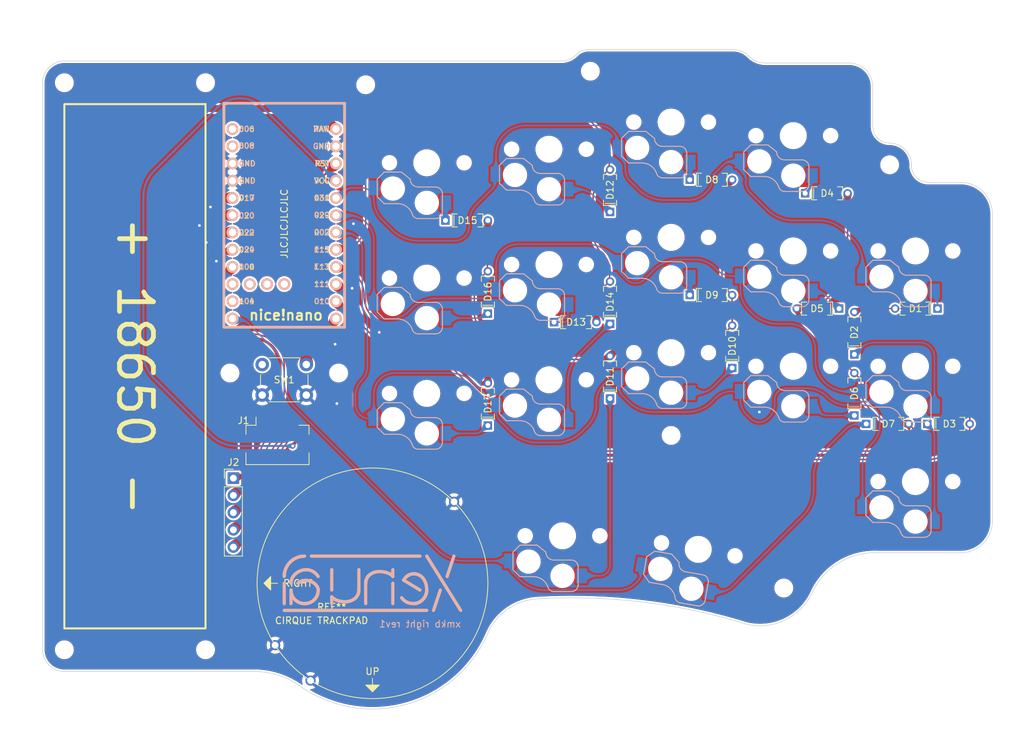
<source format=kicad_pcb>
(kicad_pcb (version 20211014) (generator pcbnew)

  (general
    (thickness 1.6)
  )

  (paper "A4")
  (layers
    (0 "F.Cu" signal)
    (31 "B.Cu" signal)
    (32 "B.Adhes" user "B.Adhesive")
    (33 "F.Adhes" user "F.Adhesive")
    (34 "B.Paste" user)
    (35 "F.Paste" user)
    (36 "B.SilkS" user "B.Silkscreen")
    (37 "F.SilkS" user "F.Silkscreen")
    (38 "B.Mask" user)
    (39 "F.Mask" user)
    (40 "Dwgs.User" user "User.Drawings")
    (41 "Cmts.User" user "User.Comments")
    (42 "Eco1.User" user "User.Eco1")
    (43 "Eco2.User" user "User.Eco2")
    (44 "Edge.Cuts" user)
    (45 "Margin" user)
    (46 "B.CrtYd" user "B.Courtyard")
    (47 "F.CrtYd" user "F.Courtyard")
    (48 "B.Fab" user)
    (49 "F.Fab" user)
    (50 "User.1" user)
    (51 "User.2" user)
    (52 "User.3" user)
    (53 "User.4" user)
    (54 "User.5" user)
    (55 "User.6" user)
    (56 "User.7" user)
    (57 "User.8" user)
    (58 "User.9" user)
  )

  (setup
    (stackup
      (layer "F.SilkS" (type "Top Silk Screen"))
      (layer "F.Paste" (type "Top Solder Paste"))
      (layer "F.Mask" (type "Top Solder Mask") (thickness 0.01))
      (layer "F.Cu" (type "copper") (thickness 0.035))
      (layer "dielectric 1" (type "core") (thickness 1.51) (material "FR4") (epsilon_r 4.5) (loss_tangent 0.02))
      (layer "B.Cu" (type "copper") (thickness 0.035))
      (layer "B.Mask" (type "Bottom Solder Mask") (thickness 0.01))
      (layer "B.Paste" (type "Bottom Solder Paste"))
      (layer "B.SilkS" (type "Bottom Silk Screen"))
      (copper_finish "None")
      (dielectric_constraints no)
    )
    (pad_to_mask_clearance 0)
    (pcbplotparams
      (layerselection 0x00010fc_ffffffff)
      (disableapertmacros false)
      (usegerberextensions false)
      (usegerberattributes true)
      (usegerberadvancedattributes true)
      (creategerberjobfile true)
      (svguseinch false)
      (svgprecision 6)
      (excludeedgelayer true)
      (plotframeref false)
      (viasonmask false)
      (mode 1)
      (useauxorigin false)
      (hpglpennumber 1)
      (hpglpenspeed 20)
      (hpglpendiameter 15.000000)
      (dxfpolygonmode true)
      (dxfimperialunits true)
      (dxfusepcbnewfont true)
      (psnegative false)
      (psa4output false)
      (plotreference true)
      (plotvalue true)
      (plotinvisibletext false)
      (sketchpadsonfab false)
      (subtractmaskfromsilk false)
      (outputformat 1)
      (mirror false)
      (drillshape 1)
      (scaleselection 1)
      (outputdirectory "")
    )
  )

  (net 0 "")
  (net 1 "/TRACK_SCK")
  (net 2 "/TRACK_CIPO")
  (net 3 "/TRACK_CS")
  (net 4 "/TRACK_DATA_READY")
  (net 5 "/TRACK_COPI")
  (net 6 "/TRACK_BTN2")
  (net 7 "/TRACK_BTN3")
  (net 8 "/TRACK_BTN1")
  (net 9 "/TRACK_SCL")
  (net 10 "/TRACK_SDA")
  (net 11 "GND")
  (net 12 "VCC")
  (net 13 "/RST")
  (net 14 "Net-(BT1-Pad1)")
  (net 15 "Net-(D1-Pad1)")
  (net 16 "C_PINKY")
  (net 17 "Net-(D2-Pad1)")
  (net 18 "Net-(D3-Pad1)")
  (net 19 "Net-(D4-Pad1)")
  (net 20 "C_RING")
  (net 21 "Net-(D5-Pad1)")
  (net 22 "Net-(D6-Pad1)")
  (net 23 "Net-(D7-Pad1)")
  (net 24 "Net-(D8-Pad1)")
  (net 25 "C_MIDDLE")
  (net 26 "Net-(D9-Pad1)")
  (net 27 "Net-(D10-Pad1)")
  (net 28 "Net-(D11-Pad1)")
  (net 29 "Net-(D12-Pad1)")
  (net 30 "C_INDEX")
  (net 31 "Net-(D13-Pad1)")
  (net 32 "Net-(D14-Pad1)")
  (net 33 "Net-(D15-Pad1)")
  (net 34 "C_INNER")
  (net 35 "Net-(D16-Pad1)")
  (net 36 "Net-(D17-Pad1)")
  (net 37 "R_TOP")
  (net 38 "R_HOME")
  (net 39 "R_BOTTOM")
  (net 40 "R_THUMB")
  (net 41 "unconnected-(U1-Pad33)")
  (net 42 "unconnected-(U1-Pad32)")
  (net 43 "unconnected-(U1-Pad31)")
  (net 44 "unconnected-(U1-Pad11)")
  (net 45 "unconnected-(U1-Pad10)")
  (net 46 "unconnected-(U1-Pad2)")
  (net 47 "unconnected-(U1-Pad1)")

  (footprint "1N4148:DIOAD829W49L456D191" (layer "F.Cu") (at 186 83 90))

  (footprint "MountingHole:MountingHole_2.2mm_M2" (layer "F.Cu") (at 148 95))

  (footprint "mbk:Choc-1u" (layer "F.Cu") (at 177 81))

  (footprint "mbk:Choc-1u" (layer "F.Cu") (at 217 121 -10))

  (footprint "1N4148:DIOAD829W49L456D191" (layer "F.Cu") (at 240 98 90))

  (footprint "MountingHole:MountingHole_2.2mm_M2" (layer "F.Cu") (at 201.1 50.5))

  (footprint "mbk:Choc-1u" (layer "F.Cu") (at 249 77))

  (footprint "1N4148:DIOAD829W49L456D191" (layer "F.Cu") (at 204 68 90))

  (footprint "Connector_PinHeader_2.54mm:PinHeader_1x05_P2.54mm_Vertical" (layer "F.Cu") (at 148.5 110.5))

  (footprint "MountingHole:MountingHole_2.2mm_M2" (layer "F.Cu") (at 245.2 64.3))

  (footprint "MountingHole:MountingHole_2.2mm_M2" (layer "F.Cu") (at 123.6 52.2))

  (footprint "mbk:Choc-1u" (layer "F.Cu") (at 177 98))

  (footprint "1N4148:DIOAD829W49L456D191" (layer "F.Cu") (at 186 99.5 90))

  (footprint "1N4148:DIOAD829W49L456D191" (layer "F.Cu") (at 219 66.5))

  (footprint "mbk:Choc-1u" (layer "F.Cu") (at 231 94))

  (footprint "1N4148:DIOAD829W49L456D191" (layer "F.Cu") (at 204 84.5 90))

  (footprint "xenua:BatteryHolder_18650_SMD" (layer "F.Cu") (at 134 94 -90))

  (footprint "mbk:Choc-1u" (layer "F.Cu") (at 195 79))

  (footprint "mbk:Choc-1u" (layer "F.Cu") (at 195 96))

  (footprint "1N4148:DIOAD829W49L456D191" (layer "F.Cu") (at 254 102.5))

  (footprint "MountingHole:MountingHole_2.2mm_M2" (layer "F.Cu") (at 144.4 135.8))

  (footprint "mbk:Choc-1u" (layer "F.Cu") (at 231 77))

  (footprint "mbk:Choc-1u" (layer "F.Cu") (at 249 111))

  (footprint "1N4148:DIOAD829W49L456D191" (layer "F.Cu") (at 199 87.5))

  (footprint "1N4148:DIOAD829W49L456D191" (layer "F.Cu") (at 249 85.5 180))

  (footprint "mbk:Choc-1u" (layer "F.Cu") (at 231 60))

  (footprint "1N4148:DIOAD829W49L456D191" (layer "F.Cu") (at 236 68.5))

  (footprint "mbk:Choc-1u" (layer "F.Cu") (at 195 62))

  (footprint "Connector_FFC-FPC:Hirose_FH12-12S-0.5SH_1x12-1MP_P0.50mm_Horizontal" (layer "F.Cu") (at 155 104))

  (footprint "MountingHole:MountingHole_2.2mm_M2" (layer "F.Cu") (at 164 95))

  (footprint "MountingHole:MountingHole_2.2mm_M2" (layer "F.Cu") (at 229.6 126.7))

  (footprint "mbk:Choc-1u" (layer "F.Cu") (at 197 119))

  (footprint "1N4148:DIOAD829W49L456D191" (layer "F.Cu") (at 234.5 85.5 180))

  (footprint "mbk:Choc-1u" (layer "F.Cu") (at 213 58))

  (footprint "1N4148:DIOAD829W49L456D191" (layer "F.Cu") (at 219 83.5))

  (footprint "MountingHole:MountingHole_2.2mm_M2" (layer "F.Cu") (at 144.4 52.2))

  (footprint "mbk:Choc-1u" (layer "F.Cu") (at 213 92))

  (footprint "MountingHole:MountingHole_2.2mm_M2" (layer "F.Cu") (at 213 104.2))

  (footprint "cirque:cirque_TM035035" (layer "F.Cu") (at 169 126 180))

  (footprint "MountingHole:MountingHole_2.2mm_M2" (layer "F.Cu") (at 123.6 135.8))

  (footprint "mbk:Choc-1u" (layer "F.Cu") (at 249 94))

  (footprint "1N4148:DIOAD829W49L456D191" (layer "F.Cu") (at 204 95.5 90))

  (footprint "1N4148:DIOAD829W49L456D191" (layer "F.Cu")
    (tedit 6235BD20) (tstamp d28dbc72-4d34-48a5-a32e-b7fe15c48e16)
    (at 245 102.5)
    (property "Sheetfile" "right.kicad_sch")
    (property "Sheetname" "")
    (path "/aac3b6c6-7b1e-42f3-87ed-0fe6bc10295a")
    (attr through_hole)
    (fp_text reference "D7" (at 0 0) (layer "F.SilkS")
      (effects (font (size 1.000102 1.000102) (thickness 0.15)))
      (tstamp e4590d81-d7f0-4cae-992a-57b5eb7b5833)
    )
    (fp_text value "D_Small" (at 0 2) (layer "F.Fab")
      (effects (font (size 1.001921 1.001921) (thickness 0.15)))
      (tstamp 1a93aa00-c6ae-496b-83b5-4dc22b9bfd16)
    )
    (fp_line (start -2.28 -0.96) (end -2.28 0) (layer "F.SilkS") (width 0.127) (tstamp 054bbba6-4d95-407e-9592-657b962e9da5))
    (fp_line (start -2.28 0) (end -2.28 0.95) (layer "F.SilkS") (width 0.127) (tstamp 5b987518-0214-4b16-a8fb-33c92e49a6c1))
    (fp_line (start -2.28 0.96) (end -1.52 0.96) (layer "F.SilkS") (width 0.127) (tstamp 630ea7c6-0254-4ad7-80dd-5bbb1cb1fec7))
    (fp_line (start 1.52 -0.96) (end 2.28 -0.96) (layer "F.SilkS") (width 0.127) (tstamp 6c93fc46-df92-41f1-9cfc-bc93df76a8b6))
    (fp_line (start -2 -0.75) (end -2 0.75) (layer "F.SilkS") (width 0.12) (tstamp 75e75b83-a92f-467a-8209-6d098f0115df))
    (fp_line (start 2.28 -0.95) (end 2.28 0) (layer "F.SilkS") (width 0.127) (tstamp 9026a5c6-4d49-4f66-9f04-6d3aa410db33))
    (fp_line (start -2.28 -0.96) (end -1.52 -0.96) (layer "F.SilkS") (width 0.127) (tstamp 9973b483-2c65-4a15-acab-2f7e84d94022))
    (fp_line (start 2.28 0) (en
... [2498283 chars truncated]
</source>
